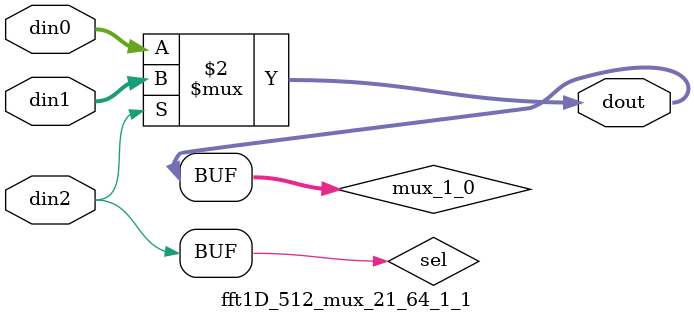
<source format=v>

`timescale 1ns/1ps

module fft1D_512_mux_21_64_1_1 #(
parameter
    ID                = 0,
    NUM_STAGE         = 1,
    din0_WIDTH       = 32,
    din1_WIDTH       = 32,
    din2_WIDTH         = 32,
    dout_WIDTH            = 32
)(
    input  [63 : 0]     din0,
    input  [63 : 0]     din1,
    input  [0 : 0]    din2,
    output [63 : 0]   dout);

// puts internal signals
wire [0 : 0]     sel;
// level 1 signals
wire [63 : 0]         mux_1_0;

assign sel = din2;

// Generate level 1 logic
assign mux_1_0 = (sel[0] == 0)? din0 : din1;

// output logic
assign dout = mux_1_0;

endmodule

</source>
